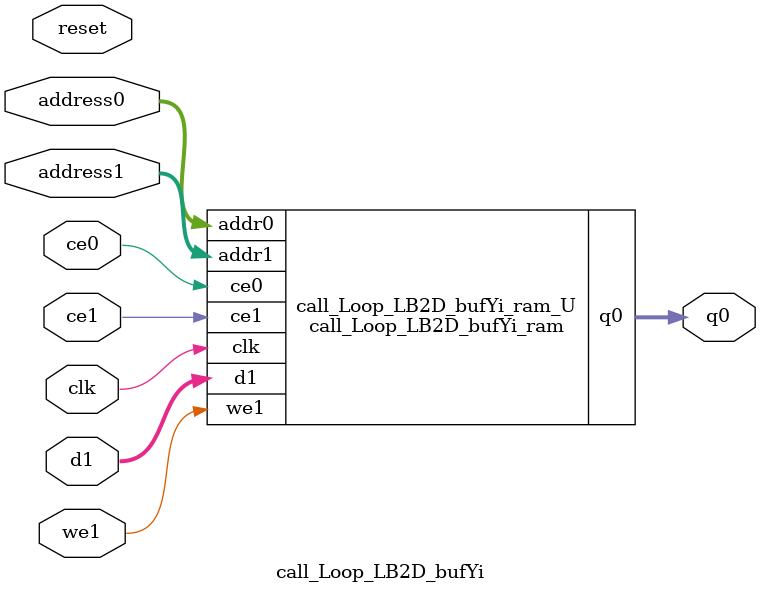
<source format=v>

`timescale 1 ns / 1 ps
module call_Loop_LB2D_bufYi_ram (addr0, ce0, q0, addr1, ce1, d1, we1,  clk);

parameter DWIDTH = 32;
parameter AWIDTH = 11;
parameter MEM_SIZE = 1918;

input[AWIDTH-1:0] addr0;
input ce0;
output reg[DWIDTH-1:0] q0;
input[AWIDTH-1:0] addr1;
input ce1;
input[DWIDTH-1:0] d1;
input we1;
input clk;

(* ram_style = "block" *)reg [DWIDTH-1:0] ram[0:MEM_SIZE-1];




always @(posedge clk)  
begin 
    if (ce0) 
    begin
            q0 <= ram[addr0];
    end
end


always @(posedge clk)  
begin 
    if (ce1) 
    begin
        if (we1) 
        begin 
            ram[addr1] <= d1; 
        end 
    end
end


endmodule


`timescale 1 ns / 1 ps
module call_Loop_LB2D_bufYi(
    reset,
    clk,
    address0,
    ce0,
    q0,
    address1,
    ce1,
    we1,
    d1);

parameter DataWidth = 32'd32;
parameter AddressRange = 32'd1918;
parameter AddressWidth = 32'd11;
input reset;
input clk;
input[AddressWidth - 1:0] address0;
input ce0;
output[DataWidth - 1:0] q0;
input[AddressWidth - 1:0] address1;
input ce1;
input we1;
input[DataWidth - 1:0] d1;



call_Loop_LB2D_bufYi_ram call_Loop_LB2D_bufYi_ram_U(
    .clk( clk ),
    .addr0( address0 ),
    .ce0( ce0 ),
    .q0( q0 ),
    .addr1( address1 ),
    .ce1( ce1 ),
    .d1( d1 ),
    .we1( we1 ));

endmodule


</source>
